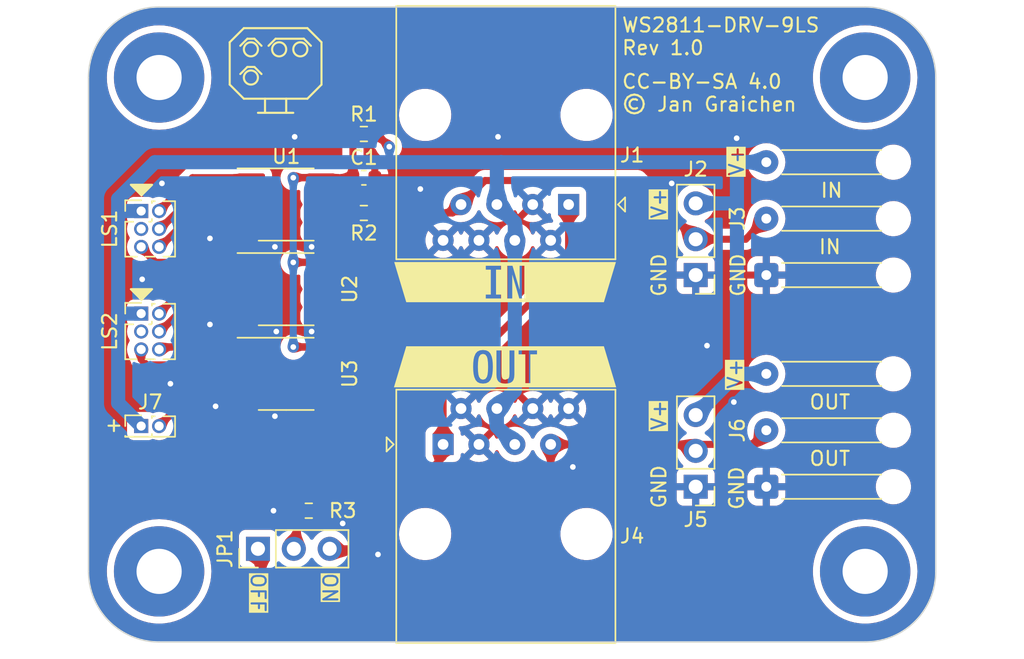
<source format=kicad_pcb>
(kicad_pcb (version 20221018) (generator pcbnew)
  (title_block (title "WS2811 LED Driver 9LS (2 Lichtsperrsignal)") (date "2024-01-22") (rev "1.0") (company "Jan Graichen"))
  (layers (0 "F.Cu" signal) (31 "B.Cu" signal) (34 "B.Paste" user) (35 "F.Paste" user) (36 "B.SilkS" user "B.Silkscreen") (37 "F.SilkS" user "F.Silkscreen") (38 "B.Mask" user) (39 "F.Mask" user) (44 "Edge.Cuts" user))
  (net 0 "")
  (net 1 "Net-(J5-Pin_2)")
  (net 2 "Net-(J2-Pin_2)")
  (net 3 "VCC")
  (net 4 "GND")
  (net 5 "Net-(JP1-B)")
  (net 6 "Net-(U1-VDD)")
  (net 7 "Net-(U1-DIN)")
  (net 8 "Net-(J7-Pin_2)")
  (net 9 "Net-(U1-DO)")
  (net 11 "Net-(LS1-Pin_4)")
  (net 12 "Net-(LS1-Pin_5)")
  (net 13 "Net-(JP1-C)")
  (net 14 "Net-(U2-DO)")
  (net 16 "Net-(LS2-Pin_5)")
  (net 17 "Net-(LS2-Pin_4)")
  (net 18 "Net-(U3-DO)")
  (net 20 "Net-(LS1-Pin_6)")
  (net 21 "Net-(LS2-Pin_6)")
  (net 22 "Net-(LS1-Pin_2)")
  (net 25 "Net-(LS2-Pin_2)")
  (footprint "MountingHole:MountingHole_3.2mm_M3_Pad" (layer "F.Cu") (at 186 105)
    (fp_text reference "REF**" hide)
    (fp_text value "MountingHole_3.2mm_M3_Pad")
    (pad "1" thru_hole circle (at 0 0) (size 6.4 6.4) (drill 3.2) (layers "*.Cu" "*.Mask"))
  )
  (footprint "kibuzzard-65AE6F8F" (layer "F.Cu") (at 160.5 84.5)
    (fp_text reference "kibuzzard-65AE6F8F" hide)
    (fp_text value "G***" hide)
    (fp_poly (pts (xy -6.732819 -1.423458) (xy -6.997402 -1.423458) (xy -7.851477 -1.423458) (xy -6.997402 1.423458) (xy -6.732819 1.423458) (xy -0.28575 1.423458) (xy -0.28575 1.158875) (xy -1.36525 1.158875) (xy -1.36525 0.88265) (xy -1.00965 0.88265) (xy -1.00965 -0.88265) (xy -1.36525 -0.88265) (xy -1.36525 -1.158875) (xy -0.28575 -1.158875) (xy -0.28575 -0.88265) (xy -0.64135 -0.88265) (xy -0.64135 0.88265) (xy -0.28575 0.88265) (xy -0.28575 1.158875) (xy -0.28575 1.423458) (xy 0.15875 1.423458) (xy 0.15875 1.158875) (xy 0.15875 -1.158875) (xy 0.52705 -1.158875) (xy 1.02235 0.523875) (xy 1.031875 0.523875) (xy 1.031875 -1.158875) (xy 1.36525 -1.158875) (xy 1.36525 1.158875) (xy 1.00965 1.158875) (xy 0.51435 -0.523875) (xy 0.508 -0.523875) (xy 0.508 1.158875) (xy 0.15875 1.158875) (xy 0.15875 1.423458) (xy 6.732819 1.423458) (xy 6.997402 1.423458) (xy 7.851477 -1.423458) (xy 6.997402 -1.423458) (xy 6.732819 -1.423458) (xy -6.732819 -1.423458)) (fill solid) (layer "F.SilkS"))
  )
  (footprint "Capacitor_SMD:C_0603_1608Metric" (layer "F.Cu") (at 150.5 77.1)
    (fp_text reference "C1" (at 0 -1.43) (layer "F.SilkS"))
    (fp_text value "104")
    (fp_line (start -0.14058 -0.51) (end 0.14058 -0.51) (stroke (width 0.12)) (layer "F.SilkS"))
    (fp_line (start -0.14058 0.51) (end 0.14058 0.51) (stroke (width 0.12)) (layer "F.SilkS"))
    (pad "1" smd roundrect (at -0.775 0) (size 0.9 0.95) (layers "F.Cu" "F.Paste" "F.Mask") (net 6 "Net-(U1-VDD)"))
    (pad "2" smd roundrect (at 0.775 0) (size 0.9 0.95) (layers "F.Cu" "F.Paste" "F.Mask") (net 4 "GND"))
  )
  (footprint "Connector_RJ:RJ45_Amphenol_54602-x08_Horizontal" (layer "F.Cu") (at 165 79 180)
    (fp_text reference "J1" (at -4.5 3.5) (layer "F.SilkS"))
    (fp_text value "RJ45 IN")
    (fp_line (start -4 -0.5) (end -4 0.5) (stroke (width 0.12)) (layer "F.SilkS"))
    (fp_line (start -4 0.5) (end -3.5 0) (stroke (width 0.12)) (layer "F.SilkS"))
    (fp_line (start -3.5 0) (end -4 -0.5) (stroke (width 0.12)) (layer "F.SilkS"))
    (fp_line (start -3.315 -3.88) (end -3.315 14.08) (stroke (width 0.12)) (layer "F.SilkS"))
    (fp_line (start -3.315 14.08) (end 12.205 14.08) (stroke (width 0.12)) (layer "F.SilkS"))
    (fp_line (start 12.205 -3.88) (end -3.315 -3.88) (stroke (width 0.12)) (layer "F.SilkS"))
    (fp_line (start 12.205 -3.88) (end 12.205 14.08) (stroke (width 0.12)) (layer "F.SilkS"))
    (pad "" np_thru_hole circle (at -1.27 6.35 180) (size 3.2 3.2) (drill 3.2) (layers "*.Cu" "*.Mask"))
    (pad "" np_thru_hole circle (at 10.16 6.35 180) (size 3.2 3.2) (drill 3.2) (layers "*.Cu" "*.Mask"))
    (pad "1" thru_hole rect (at 0 0 180) (size 1.5 1.5) (drill 0.76) (layers "*.Cu" "*.Mask") (net 5 "Net-(JP1-B)"))
    (pad "2" thru_hole circle (at 1.27 -2.54 180) (size 1.5 1.5) (drill 0.76) (layers "*.Cu" "*.Mask") (net 4 "GND"))
    (pad "3" thru_hole circle (at 2.54 0 180) (size 1.5 1.5) (drill 0.76) (layers "*.Cu" "*.Mask") (net 4 "GND"))
    (pad "4" thru_hole circle (at 3.81 -2.54 180) (size 1.5 1.5) (drill 0.76) (layers "*.Cu" "*.Mask") (net 3 "VCC"))
    (pad "5" thru_hole circle (at 5.08 0 180) (size 1.5 1.5) (drill 0.76) (layers "*.Cu" "*.Mask") (net 3 "VCC"))
    (pad "6" thru_hole circle (at 6.35 -2.54 180) (size 1.5 1.5) (drill 0.76) (layers "*.Cu" "*.Mask") (net 4 "GND"))
    (pad "7" thru_hole circle (at 7.62 0 180) (size 1.5 1.5) (drill 0.76) (layers "*.Cu" "*.Mask") (net 2 "Net-(J2-Pin_2)"))
    (pad "8" thru_hole circle (at 8.89 -2.54 180) (size 1.5 1.5) (drill 0.76) (layers "*.Cu" "*.Mask") (net 4 "GND"))
  )
  (footprint "Connector_RJ:RJ45_Amphenol_54602-x08_Horizontal" (layer "F.Cu") (at 156.11 96)
    (fp_text reference "J4" (at 13.39 6.5) (layer "F.SilkS"))
    (fp_text value "RJ45 OUT")
    (fp_line (start -4 -0.5) (end -4 0.5) (stroke (width 0.12)) (layer "F.SilkS"))
    (fp_line (start -4 0.5) (end -3.5 0) (stroke (width 0.12)) (layer "F.SilkS"))
    (fp_line (start -3.5 0) (end -4 -0.5) (stroke (width 0.12)) (layer "F.SilkS"))
    (fp_line (start -3.315 -3.88) (end -3.315 14.08) (stroke (width 0.12)) (layer "F.SilkS"))
    (fp_line (start -3.315 14.08) (end 12.205 14.08) (stroke (width 0.12)) (layer "F.SilkS"))
    (fp_line (start 12.205 -3.88) (end -3.315 -3.88) (stroke (width 0.12)) (layer "F.SilkS"))
    (fp_line (start 12.205 -3.88) (end 12.205 14.08) (stroke (width 0.12)) (layer "F.SilkS"))
    (pad "" np_thru_hole circle (at -1.27 6.35) (size 3.2 3.2) (drill 3.2) (layers "*.Cu" "*.Mask"))
    (pad "" np_thru_hole circle (at 10.16 6.35) (size 3.2 3.2) (drill 3.2) (layers "*.Cu" "*.Mask"))
    (pad "1" thru_hole rect (at 0 0) (size 1.5 1.5) (drill 0.76) (layers "*.Cu" "*.Mask") (net 5 "Net-(JP1-B)"))
    (pad "2" thru_hole circle (at 1.27 -2.54) (size 1.5 1.5) (drill 0.76) (layers "*.Cu" "*.Mask") (net 4 "GND"))
    (pad "3" thru_hole circle (at 2.54 0) (size 1.5 1.5) (drill 0.76) (layers "*.Cu" "*.Mask") (net 4 "GND"))
    (pad "4" thru_hole circle (at 3.81 -2.54) (size 1.5 1.5) (drill 0.76) (layers "*.Cu" "*.Mask") (net 3 "VCC"))
    (pad "5" thru_hole circle (at 5.08 0) (size 1.5 1.5) (drill 0.76) (layers "*.Cu" "*.Mask") (net 3 "VCC"))
    (pad "6" thru_hole circle (at 6.35 -2.54) (size 1.5 1.5) (drill 0.76) (layers "*.Cu" "*.Mask") (net 4 "GND"))
    (pad "7" thru_hole circle (at 7.62 0) (size 1.5 1.5) (drill 0.76) (layers "*.Cu" "*.Mask") (net 1 "Net-(J5-Pin_2)"))
    (pad "8" thru_hole circle (at 8.89 -2.54) (size 1.5 1.5) (drill 0.76) (layers "*.Cu" "*.Mask") (net 4 "GND"))
  )
  (footprint "Connector_Wire:SolderWire-0.15sqmm_1x03_P4mm_D0.5mm_OD1.5mm_Relief" (layer "F.Cu") (at 179 99 90)
    (fp_text reference "J6" (at 4 -2.05 90) (layer "F.SilkS"))
    (fp_text value "Conn_01x03_Pin")
    (fp_line (start -0.86 1.11) (end -0.86 8.14) (stroke (width 0.12)) (layer "F.SilkS"))
    (fp_line (start 0.86 1.11) (end 0.86 8.14) (stroke (width 0.12)) (layer "F.SilkS"))
    (fp_line (start 3.14 1.11) (end 3.14 8.14) (stroke (width 0.12)) (layer "F.SilkS"))
    (fp_line (start 4.86 1.11) (end 4.86 8.14) (stroke (width 0.12)) (layer "F.SilkS"))
    (fp_line (start 7.14 1.11) (end 7.14 8.14) (stroke (width 0.12)) (layer "F.SilkS"))
    (fp_line (start 8.86 1.11) (end 8.86 8.14) (stroke (width 0.12)) (layer "F.SilkS"))
    (pad "" np_thru_hole circle (at 0 9 90) (size 2 2) (drill 2) (layers "*.Cu" "*.Mask"))
    (pad "" np_thru_hole circle (at 4 9 90) (size 2 2) (drill 2) (layers "*.Cu" "*.Mask"))
    (pad "" np_thru_hole circle (at 8 9 90) (size 2 2) (drill 2) (layers "*.Cu" "*.Mask"))
    (pad "1" thru_hole roundrect (at 0 0 90) (size 1.7 1.7) (drill 0.7) (layers "*.Cu" "*.Mask") (roundrect_rratio 0.1470588235) (net 4 "GND"))
    (pad "2" thru_hole circle (at 4 0 90) (size 1.7 1.7) (drill 0.7) (layers "*.Cu" "*.Mask") (net 1 "Net-(J5-Pin_2)"))
    (pad "3" thru_hole circle (at 8 0 90) (size 1.7 1.7) (drill 0.7) (layers "*.Cu" "*.Mask") (net 3 "VCC"))
  )
  (footprint "Package_SO:SOIC-8_3.9x4.9mm_P1.27mm" (layer "F.Cu") (at 145 91)
    (fp_text reference "U3" (at 4.5 0 90) (layer "F.SilkS"))
    (fp_text value "WS2811")
    (fp_line (start 0 -2.56) (end -3.45 -2.56) (stroke (width 0.12)) (layer "F.SilkS"))
    (fp_line (start 0 -2.56) (end 1.95 -2.56) (stroke (width 0.12)) (layer "F.SilkS"))
    (fp_line (start 0 2.56) (end -1.95 2.56) (stroke (width 0.12)) (layer "F.SilkS"))
    (fp_line (start 0 2.56) (end 1.95 2.56) (stroke (width 0.12)) (layer "F.SilkS"))
    (pad "1" smd roundrect (at -2.475 -1.905) (size 1.95 0.6) (layers "F.Cu" "F.Paste" "F.Mask") (net 21 "Net-(LS2-Pin_6)"))
    (pad "2" smd roundrect (at -2.475 -0.635) (size 1.95 0.6) (layers "F.Cu" "F.Paste" "F.Mask") (net 16 "Net-(LS2-Pin_5)"))
    (pad "3" smd roundrect (at -2.475 0.635) (size 1.95 0.6) (layers "F.Cu" "F.Paste" "F.Mask") (net 8 "Net-(J7-Pin_2)"))
    (pad "4" smd roundrect (at -2.475 1.905) (size 1.95 0.6) (layers "F.Cu" "F.Paste" "F.Mask") (net 4 "GND"))
    (pad "5" smd roundrect (at 2.475 1.905) (size 1.95 0.6) (layers "F.Cu" "F.Paste" "F.Mask") (net 18 "Net-(U3-DO)"))
    (pad "6" smd roundrect (at 2.475 0.635) (size 1.95 0.6) (layers "F.Cu" "F.Paste" "F.Mask") (net 14 "Net-(U2-DO)"))
    (pad "7" smd roundrect (at 2.475 -0.635) (size 1.95 0.6) (layers "F.Cu" "F.Paste" "F.Mask"))
    (pad "8" smd roundrect (at 2.475 -1.905) (size 1.95 0.6) (layers "F.Cu" "F.Paste" "F.Mask") (net 6 "Net-(U1-VDD)"))
  )
  (footprint "Connector_PinHeader_1.27mm:PinHeader_2x03_P1.27mm_Vertical" (layer "F.Cu") (at 134.73 79.46)
    (fp_text reference "LS1" (at -2.23 1.27 90) (layer "F.SilkS"))
    (fp_text value "Conn_02x03_Odd_Even")
    (fp_line (start -1.13 -0.76) (end 0 -0.76) (stroke (width 0.12)) (layer "F.SilkS"))
    (fp_line (start -1.13 0) (end -1.13 -0.76) (stroke (width 0.12)) (layer "F.SilkS"))
    (fp_line (start -1.13 0.76) (end -1.13 3.235) (stroke (width 0.12)) (layer "F.SilkS"))
    (fp_line (start -1.13 0.76) (end -0.563471 0.76) (stroke (width 0.12)) (layer "F.SilkS"))
    (fp_line (start -1.13 3.235) (end -0.30753 3.235) (stroke (width 0.12)) (layer "F.SilkS"))
    (fp_line (start 0.30753 3.235) (end 0.96247 3.235) (stroke (width 0.12)) (layer "F.SilkS"))
    (fp_line (start 0.563471 0.76) (end 0.706529 0.76) (stroke (width 0.12)) (layer "F.SilkS"))
    (fp_line (start 0.76 -0.695) (end 0.96247 -0.695) (stroke (width 0.12)) (layer "F.SilkS"))
    (fp_line (start 0.76 -0.563471) (end 0.76 -0.695) (stroke (width 0.12)) (layer "F.SilkS"))
    (fp_line (start 0.76 0.706529) (end 0.76 0.563471) (stroke (width 0.12)) (layer "F.SilkS"))
    (fp_line (start 1.57753 -0.695) (end 2.4 -0.695) (stroke (width 0.12)) (layer "F.SilkS"))
    (fp_line (start 1.57753 3.235) (end 2.4 3.235) (stroke (width 0.12)) (layer "F.SilkS"))
    (fp_line (start 2.4 -0.695) (end 2.4 3.235) (stroke (width 0.12)) (layer "F.SilkS"))
    (pad "1" thru_hole rect (at 0 0) (size 1 1) (drill 0.65) (layers "*.Cu" "*.Mask") (net 3 "VCC"))
    (pad "2" thru_hole oval (at 1.27 0) (size 1 1) (drill 0.65) (layers "*.Cu" "*.Mask") (net 22 "Net-(LS1-Pin_2)"))
    (pad "3" thru_hole oval (at 0 1.27) (size 1 1) (drill 0.65) (layers "*.Cu" "*.Mask"))
    (pad "4" thru_hole oval (at 1.27 1.27) (size 1 1) (drill 0.65) (layers "*.Cu" "*.Mask") (net 11 "Net-(LS1-Pin_4)"))
    (pad "5" thru_hole oval (at 0 2.54) (size 1 1) (drill 0.65) (layers "*.Cu" "*.Mask") (net 12 "Net-(LS1-Pin_5)"))
    (pad "6" thru_hole oval (at 1.27 2.54) (size 1 1) (drill 0.65) (layers "*.Cu" "*.Mask") (net 20 "Net-(LS1-Pin_6)"))
  )
  (footprint "Resistor_SMD:R_0603_1608Metric" (layer "F.Cu") (at 146.6 100.7)
    (fp_text reference "R3" (at 2.4 0) (layer "F.SilkS"))
    (fp_text value "33R")
    (fp_line (start -0.237258 -0.5225) (end 0.237258 -0.5225) (stroke (width 0.12)) (layer "F.SilkS"))
    (fp_line (start -0.237258 0.5225) (end 0.237258 0.5225) (stroke (width 0.12)) (layer "F.SilkS"))
    (pad "1" smd roundrect (at -0.825 0) (size 0.8 0.95) (layers "F.Cu" "F.Paste" "F.Mask") (net 13 "Net-(JP1-C)"))
    (pad "2" smd roundrect (at 0.825 0) (size 0.8 0.95) (layers "F.Cu" "F.Paste" "F.Mask") (net 18 "Net-(U3-DO)"))
  )
  (footprint "Connector_PinHeader_1.27mm:PinHeader_2x01_P1.27mm_Vertical" (layer "F.Cu") (at 134.73 94.7)
    (fp_text reference "J7" (at 0.635 -1.695) (layer "F.SilkS"))
    (fp_text value "Conn_02x01")
    (fp_line (start -1.13 -0.76) (end 0 -0.76) (stroke (width 0.12)) (layer "F.SilkS"))
    (fp_line (start -1.13 0) (end -1.13 -0.76) (stroke (width 0.12)) (layer "F.SilkS"))
    (fp_line (start -1.13 0.76) (end -1.13 0.695) (stroke (width 0.12)) (layer "F.SilkS"))
    (fp_line (start -1.13 0.76) (end -0.563471 0.76) (stroke (width 0.12)) (layer "F.SilkS"))
    (fp_line (start -1.13 0.76) (end 2.4 0.76) (stroke (width 0.12)) (layer "F.SilkS"))
    (fp_line (start 0.563471 0.76) (end 0.706529 0.76) (stroke (width 0.12)) (layer "F.SilkS"))
    (fp_line (start 0.76 -0.695) (end 0.96247 -0.695) (stroke (width 0.12)) (layer "F.SilkS"))
    (fp_line (start 0.76 -0.563471) (end 0.76 -0.695) (stroke (width 0.12)) (layer "F.SilkS"))
    (fp_line (start 0.76 0.706529) (end 0.76 0.563471) (stroke (width 0.12)) (layer "F.SilkS"))
    (fp_line (start 1.57753 -0.695) (end 2.4 -0.695) (stroke (width 0.12)) (layer "F.SilkS"))
    (fp_line (start 2.4 -0.695) (end 2.4 0.695) (stroke (width 0.12)) (layer "F.SilkS"))
    (pad "1" thru_hole rect (at 0 0) (size 1 1) (drill 0.65) (layers "*.Cu" "*.Mask") (net 3 "VCC"))
    (pad "2" thru_hole oval (at 1.27 0) (size 1 1) (drill 0.65) (layers "*.Cu" "*.Mask") (net 8 "Net-(J7-Pin_2)"))
  )
  (footprint "MountingHole:MountingHole_3.2mm_M3_Pad" (layer "F.Cu") (at 186 70)
    (fp_text reference "REF**" hide)
    (fp_text value "MountingHole_3.2mm_M3_Pad")
    (pad "1" thru_hole circle (at 0 0) (size 6.4 6.4) (drill 3.2) (layers "*.Cu" "*.Mask"))
  )
  (footprint "Resistor_SMD:R_0603_1608Metric" (layer "F.Cu") (at 150.5 74 180)
    (fp_text reference "R1" (at 0 1.4) (layer "F.SilkS"))
    (fp_text value "33R")
    (fp_line (start -0.237258 -0.5225) (end 0.237258 -0.5225) (stroke (width 0.12)) (layer "F.SilkS"))
    (fp_line (start -0.237258 0.5225) (end 0.237258 0.5225) (stroke (width 0.12)) (layer "F.SilkS"))
    (pad "1" smd roundrect (at -0.825 0 180) (size 0.8 0.95) (layers "F.Cu" "F.Paste" "F.Mask") (net 3 "VCC"))
    (pad "2" smd roundrect (at 0.825 0 180) (size 0.8 0.95) (layers "F.Cu" "F.Paste" "F.Mask") (net 6 "Net-(U1-VDD)"))
  )
  (footprint "Resistor_SMD:R_0603_1608Metric" (layer "F.Cu") (at 150.5 79.6 180)
    (fp_text reference "R2" (at 0 -1.43) (layer "F.SilkS"))
    (fp_text value "33R")
    (fp_line (start -0.237258 -0.5225) (end 0.237258 -0.5225) (stroke (width 0.12)) (layer "F.SilkS"))
    (fp_line (start -0.237258 0.5225) (end 0.237258 0.5225) (stroke (width 0.12)) (layer "F.SilkS"))
    (pad "1" smd roundrect (at -0.825 0 180) (size 0.8 0.95) (layers "F.Cu" "F.Paste" "F.Mask") (net 2 "Net-(J2-Pin_2)"))
    (pad "2" smd roundrect (at 0.825 0 180) (size 0.8 0.95) (layers "F.Cu" "F.Paste" "F.Mask") (net 7 "Net-(U1-DIN)"))
  )
  (footprint "Connector_PinHeader_2.54mm:PinHeader_1x03_P2.54mm_Vertical" (layer "F.Cu") (at 174 84 180)
    (fp_text reference "J2" (at 0 7.5) (layer "F.SilkS"))
    (fp_text value "Conn_01x03_Pin")
    (fp_line (start -1.33 -1.33) (end 0 -1.33) (stroke (width 0.12)) (layer "F.SilkS"))
    (fp_line (start -1.33 0) (end -1.33 -1.33) (stroke (width 0.12)) (layer "F.SilkS"))
    (fp_line (start -1.33 1.27) (end -1.33 6.41) (stroke (width 0.12)) (layer "F.SilkS"))
    (fp_line (start -1.33 1.27) (end 1.33 1.27) (stroke (width 0.12)) (layer "F.SilkS"))
    (fp_line (start -1.33 6.41) (end 1.33 6.41) (stroke (width 0.12)) (layer "F.SilkS"))
    (fp_line (start 1.33 1.27) (end 1.33 6.41) (stroke (width 0.12)) (layer "F.SilkS"))
    (pad "1" thru_hole rect (at 0 0 180) (size 1.7 1.7) (drill 1) (layers "*.Cu" "*.Mask") (net 4 "GND"))
    (pad "2" thru_hole oval (at 0 2.54 180) (size 1.7 1.7) (drill 1) (layers "*.Cu" "*.Mask") (net 2 "Net-(J2-Pin_2)"))
    (pad "3" thru_hole oval (at 0 5.08 180) (size 1.7 1.7) (drill 1) (layers "*.Cu" "*.Mask") (net 3 "VCC"))
  )
  (footprint "kibuzzard-65AE6F95" (layer "F.Cu") (at 160.5 90.5)
    (fp_text reference "kibuzzard-65AE6F95" hide)
    (fp_text value "G***" hide)
    (fp_poly (pts (xy -1.287463 -0.719137) (xy -1.399381 -0.865584) (xy -1.563688 -0.9144) (xy -1.727994 -0.865584) (xy -1.839913 -0.719137) (xy -1.887538 -0.55245) (xy -1.916113 -0.312737) (xy -1.925638 0) (xy -1.916113 0.312738) (xy -1.887538 0.55245) (xy -1.839913 0.719138) (xy -1.727994 0.865584) (xy -1.563688 0.9144) (xy -1.399381 0.865584) (xy -1.287463 0.719138) (xy -1.239838 0.55245) (xy -1.211263 0.312738) (xy -1.201738 0) (xy -1.211263 -0.312737) (xy -1.239838 -0.55245) (xy -1.287463 -0.719137)) (fill solid) (layer "F.SilkS"))
    (fp_poly (pts (xy -6.732819 -1.455208) (xy -6.997402 -1.455208) (xy -7.870527 1.455208) (xy -6.997402 1.455208) (xy -6.732819 1.455208) (xy -1.563688 1.455208) (xy -1.563688 1.190625) (xy -1.78435 1.163638) (xy -1.957387 1.082675) (xy -2.088753 0.935831) (xy -2.1844 0.7112) (xy -2.227615 0.515056) (xy -2.253544 0.277989) (xy -2.262188 0) (xy -2.253544 -0.277989) (xy -2.227615 -0.515056) (xy -2.1844 -0.7112) (xy -2.088753 -0.935831) (xy -1.957387 -1.082675) (xy -1.78435 -1.163637) (xy -1.563688 -1.190625) (xy -1.343025 -1.163637) (xy -1.169988 -1.082675) (xy -1.038622 -0.935831) (xy -0.942975 -0.7112) (xy -0.89976 -0.515056) (xy -0.873831 -0.277989) (xy -0.865188 0) (xy -0.873831 0.277989) (xy -0.89976 0.515056) (xy -0.942975 0.7112) (xy -1.038622 0.935831) (xy -1.169988 1.082675) (xy -1.343025 1.163638) (xy -1.563688 1.190625) (xy -1.563688 1.455208) (xy 0.023812 1.455208) (xy 0.023812 1.190625) (xy -0.181328 1.174397) (xy -0.343782 1.125714) (xy -0.46355 1.044575) (xy -0.545571 0.925336) (xy -0.594783 0.762353) (xy -0.611188 0.555625) (xy -0.611188 -1.158875) (xy -0.252413 -1.158875) (xy -0.252413 0.492125) (xy -0.236538 0.697706) (xy -0.188913 0.8255) (xy -0.102394 0.892175) (xy 0.030163 0.9144) (xy 0.249238 0.827088) (xy 0.296863 0.699691) (xy 0.312738 0.492125) (xy 0.312738 -1.158875) (xy 0.658813 -1.158875) (xy 0.658813 0.555625) (xy 0.642408 0.762353) (xy 0.593196 0.925336) (xy 0.511175 1.044575) (xy 0.391407 1.125714) (xy 0.228953 1.174397) (xy 0.023812 1.190625) (xy 0.023812 1.455208) (xy 1.789113 1.455208) (xy 1.789113 1.158875) (xy 1.433512 1.158875) (xy 1.433512 -0.88265) (xy 0.960437 -0.88265) (xy 0.960437 -1.158875) (xy 2.262188 -1.158875) (xy 2.262188 -0.88265) (xy 1.789113 -0.88265) (xy 1.789113 1.158875) (xy 1.789113 1.455208) (xy 6.732819 1.455208) (xy 6.997402 1.455208) (xy 7.870527 1.455208) (xy 6.997402 -1.455208) (xy 6.732819 -1.455208) (xy -6.732819 -1.455208)) (fill solid) (layer "F.SilkS"))
  )
  (footprint "Connector_PinHeader_2.54mm:PinHeader_1x03_P2.54mm_Vertical" (layer "F.Cu") (at 143 103.4 90)
    (fp_text reference "JP1" (at 0 -2.33 90) (layer "F.SilkS"))
    (fp_text value "Jumper_3_Bridged12")
    (fp_line (start -1.33 -1.33) (end 0 -1.33) (stroke (width 0.12)) (layer "F.SilkS"))
    (fp_line (start -1.33 0) (end -1.33 -1.33) (stroke (width 0.12)) (layer "F.SilkS"))
    (fp_line (start -1.33 1.27) (end -1.33 6.41) (stroke (width 0.12)) (layer "F.SilkS"))
    (fp_line (start -1.33 1.27) (end 1.33 1.27) (stroke (width 0.12)) (layer "F.SilkS"))
    (fp_line (start -1.33 6.41) (end 1.33 6.41) (stroke (width 0.12)) (layer "F.SilkS"))
    (fp_line (start 1.33 1.27) (end 1.33 6.41) (stroke (width 0.12)) (layer "F.SilkS"))
    (pad "1" thru_hole rect (at 0 0 90) (size 1.7 1.7) (drill 1) (layers "*.Cu" "*.Mask") (net 1 "Net-(J5-Pin_2)"))
    (pad "2" thru_hole oval (at 0 2.54 90) (size 1.7 1.7) (drill 1) (layers "*.Cu" "*.Mask") (net 13 "Net-(JP1-C)"))
    (pad "3" thru_hole oval (at 0 5.08 90) (size 1.7 1.7) (drill 1) (layers "*.Cu" "*.Mask") (net 5 "Net-(JP1-B)"))
  )
  (footprint "Connector_Wire:SolderWire-0.15sqmm_1x03_P4mm_D0.5mm_OD1.5mm_Relief" (layer "F.Cu") (at 179 84 90)
    (fp_text reference "J3" (at 4 -2.05 90) (layer "F.SilkS"))
    (fp_text value "Conn_01x03_Pin")
    (fp_line (start -0.86 1.11) (end -0.86 8.14) (stroke (width 0.12)) (layer "F.SilkS"))
    (fp_line (start 0.86 1.11) (end 0.86 8.14) (stroke (width 0.12)) (layer "F.SilkS"))
    (fp_line (start 3.14 1.11) (end 3.14 8.14) (stroke (width 0.12)) (layer "F.SilkS"))
    (fp_line (start 4.86 1.11) (end 4.86 8.14) (stroke (width 0.12)) (layer "F.SilkS"))
    (fp_line (start 7.14 1.11) (end 7.14 8.14) (stroke (width 0.12)) (layer "F.SilkS"))
    (fp_line (start 8.86 1.11) (end 8.86 8.14) (stroke (width 0.12)) (layer "F.SilkS"))
    (pad "" np_thru_hole circle (at 0 9 90) (size 2 2) (drill 2) (layers "*.Cu" "*.Mask"))
    (pad "" np_thru_hole circle (at 4 9 90) (size 2 2) (drill 2) (layers "*.Cu" "*.Mask"))
    (pad "" np_thru_hole circle (at 8 9 90) (size 2 2) (drill 2) (layers "*.Cu" "*.Mask"))
    (pad "1" thru_hole roundrect (at 0 0 90) (size 1.7 1.7) (drill 0.7) (layers "*.Cu" "*.Mask") (roundrect_rratio 0.1470588235) (net 4 "GND"))
    (pad "2" thru_hole circle (at 4 0 90) (size 1.7 1.7) (drill 0.7) (layers "*.Cu" "*.Mask") (net 2 "Net-(J2-Pin_2)"))
    (pad "3" thru_hole circle (at 8 0 90) (size 1.7 1.7) (drill 0.7) (layers "*.Cu" "*.Mask") (net 3 "VCC"))
  )
  (footprint "MountingHole:MountingHole_3.2mm_M3_Pad" (layer "F.Cu") (at 136 70)
    (fp_text reference "REF**" hide)
    (fp_text value "MountingHole_3.2mm_M3_Pad")
    (pad "1" thru_hole circle (at 0 0) (size 6.4 6.4) (drill 3.2) (layers "*.Cu" "*.Mask"))
  )
  (footprint "Package_SO:SOIC-8_3.9x4.9mm_P1.27mm" (layer "F.Cu") (at 145 85)
    (fp_text reference "U2" (at 4.5 0 90) (layer "F.SilkS"))
    (fp_text value "WS2811")
    (fp_line (start 0 -2.56) (end -3.45 -2.56) (stroke (width 0.12)) (layer "F.SilkS"))
    (fp_line (start 0 -2.56) (end 1.95 -2.56) (stroke (width 0.12)) (layer "F.SilkS"))
    (fp_line (start 0 2.56) (end -1.95 2.56) (stroke (width 0.12)) (layer "F.SilkS"))
    (fp_line (start 0 2.56) (end 1.95 2.56) (stroke (width 0.12)) (layer "F.SilkS"))
    (pad "1" smd roundrect (at -2.475 -1.905) (size 1.95 0.6) (layers "F.Cu" "F.Paste" "F.Mask") (net 12 "Net-(LS1-Pin_5)"))
    (pad "2" smd roundrect (at -2.475 -0.635) (size 1.95 0.6) (layers "F.Cu" "F.Paste" "F.Mask") (net 25 "Net-(LS2-Pin_2)"))
    (pad "3" smd roundrect (at -2.475 0.635) (size 1.95 0.6) (layers "F.Cu" "F.Paste" "F.Mask") (net 17 "Net-(LS2-Pin_4)"))
    (pad "4" smd roundrect (at -2.475 1.905) (size 1.95 0.6) (layers "F.Cu" "F.Paste" "F.Mask") (net 4 "GND"))
    (pad "5" smd roundrect (at 2.475 1.905) (size 1.95 0.6) (layers "F.Cu" "F.Paste" "F.Mask") (net 14 "Net-(U2-DO)"))
    (pad "6" smd roundrect (at 2.475 0.635) (size 1.95 0.6) (layers "F.Cu" "F.Paste" "F.Mask") (net 9 "Net-(U1-DO)"))
    (pad "7" smd roundrect (at 2.475 -0.635) (size 1.95 0.6) (layers "F.Cu" "F.Paste" "F.Mask"))
    (pad "8" smd roundrect (at 2.475 -1.905) (size 1.95 0.6) (layers "F.Cu" "F.Paste" "F.Mask") (net 6 "Net-(U1-VDD)"))
  )
  (footprint "MountingHole:MountingHole_3.2mm_M3_Pad" (layer "F.Cu") (at 136 105)
    (fp_text reference "REF**" hide)
    (fp_text value "MountingHole_3.2mm_M3_Pad")
    (pad "1" thru_hole circle (at 0 0) (size 6.4 6.4) (drill 3.2) (layers "*.Cu" "*.Mask"))
  )
  (footprint "Connector_PinHeader_1.27mm:PinHeader_2x03_P1.27mm_Vertical" (layer "F.Cu") (at 134.73 86.73)
    (fp_text reference "LS2" (at -2.23 1.27 90) (layer "F.SilkS"))
    (fp_text value "Conn_02x03_Odd_Even")
    (fp_line (start -1.13 -0.76) (end 0 -0.76) (stroke (width 0.12)) (layer "F.SilkS"))
    (fp_line (start -1.13 0) (end -1.13 -0.76) (stroke (width 0.12)) (layer "F.SilkS"))
    (fp_line (start -1.13 0.76) (end -1.13 3.235) (stroke (width 0.12)) (layer "F.SilkS"))
    (fp_line (start -1.13 0.76) (end -0.563471 0.76) (stroke (width 0.12)) (layer "F.SilkS"))
    (fp_line (start -1.13 3.235) (end -0.30753 3.235) (stroke (width 0.12)) (layer "F.SilkS"))
    (fp_line (start 0.30753 3.235) (end 0.96247 3.235) (stroke (width 0.12)) (layer "F.SilkS"))
    (fp_line (start 0.563471 0.76) (end 0.706529 0.76) (stroke (width 0.12)) (layer "F.SilkS"))
    (fp_line (start 0.76 -0.695) (end 0.96247 -0.695) (stroke (width 0.12)) (layer "F.SilkS"))
    (fp_line (start 0.76 -0.563471) (end 0.76 -0.695) (stroke (width 0.12)) (layer "F.SilkS"))
    (fp_line (start 0.76 0.706529) (end 0.76 0.563471) (stroke (width 0.12)) (layer "F.SilkS"))
    (fp_line (start 1.57753 -0.695) (end 2.4 -0.695) (stroke (width 0.12)) (layer "F.SilkS"))
    (fp_line (start 1.57753 3.235) (end 2.4 3.235) (stroke (width 0.12)) (layer "F.SilkS"))
    (fp_line (start 2.4 -0.695) (end 2.4 3.235) (stroke (width 0.12)) (layer "F.SilkS"))
    (pad "1" thru_hole rect (at 0 0) (size 1 1) (drill 0.65) (layers "*.Cu" "*.Mask") (net 3 "VCC"))
    (pad "2" thru_hole oval (at 1.27 0) (size 1 1) (drill 0.65) (layers "*.Cu" "*.Mask") (net 25 "Net-(LS2-Pin_2)"))
    (pad "3" thru_hole oval (at 0 1.27) (size 1 1) (drill 0.65) (layers "*.Cu" "*.Mask"))
    (pad "4" thru_hole oval (at 1.27 1.27) (size 1 1) (drill 0.65) (layers "*.Cu" "*.Mask") (net 17 "Net-(LS2-Pin_4)"))
    (pad "5" thru_hole oval (at 0 2.54) (size 1 1) (drill 0.65) (layers "*.Cu" "*.Mask") (net 16 "Net-(LS2-Pin_5)"))
    (pad "6" thru_hole oval (at 1.27 2.54) (size 1 1) (drill 0.65) (layers "*.Cu" "*.Mask") (net 21 "Net-(LS2-Pin_6)"))
  )
  (footprint "Connector_PinHeader_2.54mm:PinHeader_1x03_P2.54mm_Vertical" (layer "F.Cu") (at 174 99 180)
    (fp_text reference "J5" (at 0 -2.33) (layer "F.SilkS"))
    (fp_text value "Conn_01x03_Pin")
    (fp_line (start -1.33 -1.33) (end 0 -1.33) (stroke (width 0.12)) (layer "F.SilkS"))
    (fp_line (start -1.33 0) (end -1.33 -1.33) (stroke (width 0.12)) (layer "F.SilkS"))
    (fp_line (start -1.33 1.27) (end -1.33 6.41) (stroke (width 0.12)) (layer "F.SilkS"))
    (fp_line (start -1.33 1.27) (end 1.33 1.27) (stroke (width 0.12)) (layer "F.SilkS"))
    (fp_line (start -1.33 6.41) (end 1.33 6.41) (stroke (width 0.12)) (layer "F.SilkS"))
    (fp_line (start 1.33 1.27) (end 1.33 6.41) (stroke (width 0.12)) (layer "F.SilkS"))
    (pad "1" thru_hole rect (at 0 0 180) (size 1.7 1.7) (drill 1) (layers "*.Cu" "*.Mask") (net 4 "GND"))
    (pad "2" thru_hole oval (at 0 2.54 180) (size 1.7 1.7) (drill 1) (layers "*.Cu" "*.Mask") (net 1 "Net-(J5-Pin_2)"))
    (pad "3" thru_hole oval (at 0 5.08 180) (size 1.7 1.7) (drill 1) (layers "*.Cu" "*.Mask") (net 3 "VCC"))
  )
  (footprint "Package_SO:SOIC-8_3.9x4.9mm_P1.27mm" (layer "F.Cu") (at 145 79)
    (fp_text reference "U1" (at 0 -3.4) (layer "F.SilkS"))
    (fp_text value "WS2811")
    (fp_line (start 0 -2.56) (end -3.45 -2.56) (stroke (width 0.12)) (layer "F.SilkS"))
    (fp_line (start 0 -2.56) (end 1.95 -2.56) (stroke (width 0.12)) (layer "F.SilkS"))
    (fp_line (start 0 2.56) (end -1.95 2.56) (stroke (width 0.12)) (layer "F.SilkS"))
    (fp_line (start 0 2.56) (end 1.95 2.56) (stroke (width 0.12)) (layer "F.SilkS"))
    (pad "1" smd roundrect (at -2.475 -1.905) (size 1.95 0.6) (layers "F.Cu" "F.Paste" "F.Mask") (net 22 "Net-(LS1-Pin_2)"))
    (pad "2" smd roundrect (at -2.475 -0.635) (size 1.95 0.6) (layers "F.Cu" "F.Paste" "F.Mask") (net 11 "Net-(LS1-Pin_4)"))
    (pad "3" smd roundrect (at -2.475 0.635) (size 1.95 0.6) (layers "F.Cu" "F.Paste" "F.Mask") (net 20 "Net-(LS1-Pin_6)"))
    (pad "4" smd roundrect (at -2.475 1.905) (size 1.95 0.6) (layers "F.Cu" "F.Paste" "F.Mask") (net 4 "GND"))
    (pad "5" smd roundrect (at 2.475 1.905) (size 1.95 0.6) (layers "F.Cu" "F.Paste" "F.Mask") (net 9 "Net-(U1-DO)"))
    (pad "6" smd roundrect (at 2.475 0.635) (size 1.95 0.6) (layers "F.Cu" "F.Paste" "F.Mask") (net 7 "Net-(U1-DIN)"))
    (pad "7" smd roundrect (at 2.475 -0.635) (size 1.95 0.6) (layers "F.Cu" "F.Paste" "F.Mask"))
    (pad "8" smd roundrect (at 2.475 -1.905) (size 1.95 0.6) (layers "F.Cu" "F.Paste" "F.Mask") (net 6 "Net-(U1-VDD)"))
  )
  (gr_line (start 142.25 67.25) (end 141.75 67.75) (stroke (width 0.15)) (layer "F.SilkS"))
  (gr_line (start 143 72.5) (end 145.5 72.5) (stroke (width 0.15)) (layer "F.SilkS"))
  (gr_poly (pts (xy 134.75 78.35) (xy 134 77.6) (xy 135.5 77.6)) (stroke (width 0.15)) (fill solid) (layer "F.SilkS"))
  (gr_line (start 142 66.5) (end 141 67.5) (stroke (width 0.15)) (layer "F.SilkS"))
  (gr_line (start 142.75 69.25) (end 143.25 69.75) (stroke (width 0.15)) (layer "F.SilkS"))
  (gr_line (start 143.25 67.75) (end 142.75 67.25) (stroke (width 0.15)) (layer "F.SilkS"))
  (gr_line (start 146.5 71.5) (end 147.5 70.5) (stroke (width 0.15)) (layer "F.SilkS"))
  (gr_poly (pts (xy 134.75 85.75) (xy 134 85) (xy 135.5 85)) (stroke (width 0.15)) (fill solid) (layer "F.SilkS"))
  (gr_circle (center 142.5 70) (end 143 70) (stroke (width 0.15)) (fill none) (layer "F.SilkS"))
  (gr_line (start 145 71.5) (end 145 72.5) (stroke (width 0.15)) (layer "F.SilkS"))
  (gr_line (start 147.5 67.5) (end 146.5 66.5) (stroke (width 0.15)) (layer "F.SilkS"))
  (gr_line (start 146.25 67.25) (end 146.75 67.75) (stroke (width 0.15)) (layer "F.SilkS"))
  (gr_circle (center 144.5 68) (end 145 68) (stroke (width 0.15)) (fill none) (layer "F.SilkS"))
  (gr_line (start 144.25 67.25) (end 143.75 67.75) (stroke (width 0.15)) (layer "F.SilkS"))
  (gr_circle (center 142.5 68) (end 143 68) (stroke (width 0.15)) (fill none) (layer "F.SilkS"))
  (gr_line (start 141 70.5) (end 142 71.5) (stroke (width 0.15)) (layer "F.SilkS"))
  (gr_line (start 142.25 69.25) (end 142.75 69.25) (stroke (width 0.15)) (layer "F.SilkS"))
  (gr_line (start 142.75 67.25) (end 142.25 67.25) (stroke (width 0.15)) (layer "F.SilkS"))
  (gr_line (start 141 67.5) (end 141 70.5) (stroke (width 0.15)) (layer "F.SilkS"))
  (gr_line (start 146.5 66.5) (end 142 66.5) (stroke (width 0.15)) (layer "F.SilkS"))
  (gr_line (start 147.5 70.5) (end 147.5 67.5) (stroke (width 0.15)) (layer "F.SilkS"))
  (gr_line (start 143.5 71.5) (end 143.5 72.5) (stroke (width 0.15)) (layer "F.SilkS"))
  (gr_line (start 144.25 67.25) (end 146.25 67.25) (stroke (width 0.15)) (layer "F.SilkS"))
  (gr_line (start 142 71.5) (end 146.5 71.5) (stroke (width 0.15)) (layer "F.SilkS"))
  (gr_circle (center 146 68) (end 146.5 68) (stroke (width 0.15)) (fill none) (layer "F.SilkS"))
  (gr_line (start 141.75 69.75) (end 142.25 69.25) (stroke (width 0.15)) (layer "F.SilkS"))
  (gr_line (start 191 105) (end 191 70) (stroke (width 0.1)) (layer "Edge.Cuts"))
  (gr_arc (start 131 70) (mid 132.464466 66.464466) (end 136 65) (stroke (width 0.1)) (layer "Edge.Cuts"))
  (gr_arc (start 186 65) (mid 189.535534 66.464466) (end 191 70) (stroke (width 0.1)) (layer "Edge.Cuts"))
  (gr_line (start 186 65) (end 136 65) (stroke (width 0.1)) (layer "Edge.Cuts"))
  (gr_line (start 131 70) (end 131 105) (stroke (width 0.1)) (layer "Edge.Cuts"))
  (gr_line (start 136 110) (end 186 110) (stroke (width 0.1)) (layer "Edge.Cuts"))
  (gr_arc (start 136 110) (mid 132.464466 108.535534) (end 131 105) (stroke (width 0.1)) (layer "Edge.Cuts"))
  (gr_arc (start 191 105) (mid 189.535534 108.535534) (end 186 110) (stroke (width 0.1)) (layer "Edge.Cuts"))
  (gr_text "V+" (at 171.4 78.92 90) (layer "F.SilkS" knockout) (effects (font (size 1 1))))
  (gr_text "+" (at 132.8 94.6) (layer "F.SilkS") (effects (font (size 1 1))))
  (gr_text "CC-BY-SA 4.0\n© Jan Graichen" (at 168.7 69.7) (layer "F.SilkS") (effects (font (size 1 1)) (justify left top)))
  (gr_text "GND" (at 171.4 84 90) (layer "F.SilkS") (effects (font (size 1 1))))
  (gr_text "GND" (at 177 84 90) (layer "F.SilkS") (effects (font (size 1 1))))
  (gr_text "V+" (at 176.8 91 90) (layer "F.SilkS" knockout) (effects (font (size 1 1))))
  (gr_text "OUT" (at 183.5 97) (layer "F.SilkS") (effects (font (size 1 1))))
  (gr_text "OFF" (at 143.002 105.029 -90) (layer "F.SilkS" knockout) (effects (font (size 1 1)) (justify left)))
  (gr_text "V+" (at 171.4 93.92 90) (layer "F.SilkS" knockout) (effects (font (size 1 1))))
  (gr_text "GND" (at 171.4 99 90) (layer "F.SilkS") (effects (font (size 1 1))))
  (gr_text "WS2811-DRV-9LS\nRev ${REVISION}" (at 168.7 65.7) (layer "F.SilkS") (effects (font (size 1 1)) (justify left top)))
  (gr_text "IN" (at 183.625 78) (layer "F.SilkS") (effects (font (size 1 1))))
  (gr_text "GND" (at 176.9 99.1 90) (layer "F.SilkS") (effects (font (size 1 1))))
  (gr_text "ON" (at 148.082 105.029 -90) (layer "F.SilkS" knockout) (effects (font (size 1 1)) (justify left)))
  (gr_text "OUT" (at 183.5 93) (layer "F.SilkS") (effects (font (size 1 1))))
  (gr_text "IN" (at 183.5 82) (layer "F.SilkS") (effects (font (size 1 1))))
  (gr_text "V+" (at 176.9 75.9 90) (layer "F.SilkS" knockout) (effects (font (size 1 1))))
  (segment (start 172.5 96) (end 173.54 96) (width 0.5) (layer "F.Cu") (net 1))
  (segment (start 172.5 96) (end 178 96) (width 0.5) (layer "F.Cu") (net 1))
  (segment (start 143 103.4) (end 143 104.5) (width 0.5) (layer "F.Cu") (net 1))
  (segment (start 163.73 96) (end 172.5 96) (width 0.5) (layer "F.Cu") (net 1))
  (segment (start 178 96) (end 179 95) (width 0.5) (layer "F.Cu") (net 1))
  (segment (start 143.75 105.25) (end 157.5 105.25) (width 0.5) (layer "F.Cu") (net 1))
  (segment (start 157.5 105.25) (end 163.73 99.02) (width 0.5) (layer "F.Cu") (net 1))
  (segment (start 173.54 96) (end 174 96.46) (width 0.5) (layer "F.Cu") (net 1))
  (segment (start 143 104.5) (end 143.75 105.25) (width 0.5) (layer "F.Cu") (net 1))
  (segment (start 163.73 99.02) (end 163.73 96) (width 0.5) (layer "F.Cu") (net 1))
  (segment (start 156.78 79.6) (end 157.38 79) (width 0.5) (layer "F.Cu") (net 2))
  (segment (start 151.325 79.6) (end 156.78 79.6) (width 0.5) (layer "F.Cu") (net 2))
  (segment (start 159.08 77.3) (end 169.84 77.3) (width 0.5) (layer "F.Cu") (net 2))
  (segment (start 177.54 81.46) (end 179 80) (width 0.5) (layer "F.Cu") (net 2))
  (segment (start 174 81.46) (end 177.54 81.46) (width 0.5) (layer "F.Cu") (net 2))
  (segment (start 169.84 77.3) (end 174 81.46) (width 0.5) (layer "F.Cu") (net 2))
  (segment (start 157.38 79) (end 159.08 77.3) (width 0.5) (layer "F.Cu") (net 2))
  (segment (start 151.4 74) (end 152.3 74.9) (width 0.5) (layer "F.Cu") (net 3))
  (via (at 152.3 74.9) (size 0.8) (drill 0.4) (layers "F.Cu" "B.Cu") (net 3))
  (segment (start 133.1 93.07) (end 134.73 94.7) (width 1) (layer "B.Cu") (net 3))
  (segment (start 160.22 76) (end 153 76) (width 1) (layer "B.Cu") (net 3))
  (segment (start 161.19 81.54) (end 161.19 92.19) (width 1) (layer "B.Cu") (net 3))
  (segment (start 133.1 79.5) (end 133.1 86.7) (width 1) (layer "B.Cu") (net 3))
  (segment (start 133.1 78.6) (end 133.1 79.5) (width 1) (layer "B.Cu") (net 3))
  (segment (start 176.92 76.08) (end 177 76) (width 1) (layer "B.Cu") (net 3))
  (segment (start 177 76) (end 160.22 76) (width 1) (layer "B.Cu") (net 3))
  (segment (start 135.7 76) (end 133.1 78.6) (width 1) (layer "B.Cu") (net 3))
  (segment (start 179 76) (end 177 76) (width 1) (layer "B.Cu") (net 3))
  (segment (start 176.92 91) (end 176.92 78.9) (width 1) (layer "B.Cu") (net 3))
  (segment (start 176.9 78.92) (end 176.92 78.9) (width 1) (layer "B.Cu") (net 3))
  (segment (start 179 91) (end 176.92 91) (width 1) (layer "B.Cu") (net 3))
  (segment (start 159.92 79) (end 159.92 76.3) (width 1) (layer "B.Cu") (net 3))
  (segment (start 159.92 76.3) (end 160.22 76) (width 1) (layer "B.Cu") (net 3))
  (segment (start 152.3 74.9) (end 152.3 76) (width 0.5) (layer "B.Cu") (net 3))
  (segment (start 133.14 79.46) (end 133.1 79.5) (width 1) (layer "B.Cu") (net 3))
  (segment (start 176.92 78.9) (end 176.92 76.08) (width 1) (layer "B.Cu") (net 3))
  (segment (start 159.92 94.73) (end 161.19 96) (width 1) (layer "B.Cu") (net 3))
  (segment (start 176.92 91) (end 174 93.92) (width 1) (layer "B.Cu") (net 3))
  (segment (start 134.73 79.46) (end 133.14 79.46) (width 1) (layer "B.Cu") (net 3))
  (segment (start 161.19 80.27) (end 159.92 79) (width 1) (layer "B.Cu") (net 3))
  (segment (start 174 78.92) (end 176.9 78.92) (width 1) (layer "B.Cu") (net 3))
  (segment (start 161.19 92.19) (end 159.92 93.46) (width 1) (layer "B.Cu") (net 3))
  (segment (start 133.1 86.7) (end 133.1 93.07) (width 1) (layer "B.Cu") (net 3))
  (segment (start 153 76) (end 152.3 76) (width 1) (layer "B.Cu") (net 3))
  (segment (start 161.19 81.54) (end 161.19 80.27) (width 1) (layer "B.Cu") (net 3))
  (segment (start 159.92 93.46) (end 159.92 94.73) (width 1) (layer "B.Cu") (net 3))
  (segment (start 133.1 86.7) (end 133.13 86.73) (width 1) (layer "B.Cu") (net 3))
  (segment (start 133.13 86.73) (end 134.73 86.73) (width 1) (layer "B.Cu") (net 3))
  (segment (start 135.7 76) (end 152.3 76) (width 1) (layer "B.Cu") (net 3))
  (via (at 151.5 103.8) (size 0.8) (drill 0.4) (layers "F.Cu" "B.Cu") (net 4))
  (via (at 144.2 94) (size 0.8) (drill 0.4) (layers "F.Cu" "B.Cu") (net 4))
  (via (at 140 93.3) (size 0.8) (drill 0.4) (layers "F.Cu" "B.Cu") (net 4))
  (via (at 139.6 87.5) (size 0.8) (drill 0.4) (layers "F.Cu" "B.Cu") (net 4))
  (via (at 165.3 97.6) (size 0.8) (drill 0.4) (layers "F.Cu" "B.Cu") (net 4))
  (via (at 139.6 81.4) (size 0.8) (drill 0.4) (layers "F.Cu" "B.Cu") (net 4))
  (via (at 144.1 100.7) (size 0.8) (drill 0.4) (layers "F.Cu" "B.Cu") (net 4))
  (via (at 160 74.2) (size 0.8) (drill 0.4) (layers "F.Cu" "B.Cu") (net 4))
  (via (at 176.7 93) (size 0.8) (drill 0.4) (layers "F.Cu" "B.Cu") (net 4))
  (via (at 134.8 84.3) (size 0.8) (drill 0.4) (layers "F.Cu" "B.Cu") (net 4))
  (via (at 172.3 77.5) (size 0.8) (drill 0.4) (layers "F.Cu" "B.Cu") (net 4))
  (via (at 144.3 88) (size 0.8) (drill 0.4) (layers "F.Cu" "B.Cu") (net 4))
  (via (at 174.8 89) (size 0.8) (drill 0.4) (layers "F.Cu" "B.Cu") (net 4))
  (via (at 145.6 74.2) (size 0.8) (drill 0.4) (layers "F.Cu" "B.Cu") (net 4))
  (via (at 146.8 88) (size 0.8) (drill 0.4) (layers "F.Cu" "B.Cu") (net 4))
  (via (at 136.8 91.7) (size 0.8) (drill 0.4) (layers "F.Cu" "B.Cu") (net 4))
  (via (at 149 101.6) (size 0.8) (drill 0.4) (layers "F.Cu" "B.Cu") (net 4))
  (via (at 154.5 77.9) (size 0.8) (drill 0.4) (layers "F.Cu" "B.Cu") (net 4))
  (via (at 144.2 82) (size 0.8) (drill 0.4) (layers "F.Cu" "B.Cu") (net 4))
  (via (at 176.9 74.3) (size 0.8) (drill 0.4) (layers "F.Cu" "B.Cu") (net 4))
  (via (at 136.2 77.5) (size 0.8) (drill 0.4) (layers "F.Cu" "B.Cu") (net 4))
  (via (at 146.8 82) (size 0.8) (drill 0.4) (layers "F.Cu" "B.Cu") (net 4))
  (segment (start 165 83.25) (end 165 79) (width 0.5) (layer "F.Cu") (net 5))
  (segment (start 148.08 103.4) (end 149.6 103.4) (width 0.5) (layer "F.Cu") (net 5))
  (segment (start 156.11 96.89) (end 156.11 96) (width 0.5) (layer "F.Cu") (net 5))
  (segment (start 149.6 103.4) (end 156.11 96.89) (width 0.5) (layer "F.Cu") (net 5))
  (segment (start 156.11 92.14) (end 165 83.25) (width 0.5) (layer "F.Cu") (net 5))
  (segment (start 156.11 96) (end 156.11 92.14) (width 0.5) (layer "F.Cu") (net 5))
  (segment (start 147.475 89.095) (end 145.505 89.095) (width 0.5) (layer "F.Cu") (net 6))
  (segment (start 147.475 77.095) (end 149.72 77.095) (width 0.5) (layer "F.Cu") (net 6))
  (segment (start 147.475 77.095) (end 145.505 77.095) (width 0.5) (layer "F.Cu") (net 6))
  (segment (start 145.505 77.095) (end 145.5 77.1) (width 0.5) (layer "F.Cu") (net 6))
  (segment (start 149.725 77.1) (end 149.725 74.05) (width 0.5) (layer "F.Cu") (net 6))
  (segment (start 147.475 83.095) (end 145.505 83.095) (width 0.5) (layer "F.Cu") (net 6))
  (segment (start 145.505 89.095) (end 145.5 89.1) (width 0.5) (layer "F.Cu") (net 6))
  (segment (start 145.505 83.095) (end 145.5 83.1) (width 0.5) (layer "F.Cu") (net 6))
  (via (at 145.5 83.1) (size 0.8) (drill 0.4) (layers "F.Cu" "B.Cu") (net 6))
  (via (at 145.5 77.1) (size 0.8) (drill 0.4) (layers "F.Cu" "B.Cu") (net 6))
  (via (at 145.5 89.1) (size 0.8) (drill 0.4) (layers "F.Cu" "B.Cu") (net 6))
  (segment (start 145.5 77.1) (end 145.5 83.1) (width 0.5) (layer "B.Cu") (net 6))
  (segment (start 145.5 83.1) (end 145.5 89.1) (width 0.5) (layer "B.Cu") (net 6))
  (segment (start 149.675 79.6) (end 147.51 79.6) (width 0.5) (layer "F.Cu") (net 7))
  (segment (start 139.065 91.635) (end 136 94.7) (width 0.5) (layer "F.Cu") (net 8))
  (segment (start 142.525 91.635) (end 139.065 91.635) (width 0.5) (layer "F.Cu") (net 8))
  (segment (start 148.449999 85.635) (end 147.475 85.635) (width 0.5) (layer "F.Cu") (net 9))
  (segment (start 147.475 80.905) (end 148.9 82.33) (width 0.5) (layer "F.Cu") (net 9))
  (segment (start 148.9 82.33) (end 148.9 85.184999) (width 0.5) (layer "F.Cu") (net 9))
  (segment (start 148.9 85.184999) (end 148.449999 85.635) (width 0.5) (layer "F.Cu") (net 9))
  (segment (start 138.438503 78.365) (end 136.073503 80.73) (width 0.5) (layer "F.Cu") (net 11))
  (segment (start 136.073503 80.73) (end 136 80.73) (width 0.5) (layer "F.Cu") (net 11))
  (segment (start 142.525 78.365) (end 138.438503 78.365) (width 0.5) (layer "F.Cu") (net 11))
  (segment (start 134.73 82.073503) (end 135.751497 83.095) (width 0.5) (layer "F.Cu") (net 12))
  (segment (start 134.73 82) (end 134.73 82.073503) (width 0.5) (layer "F.Cu") (net 12))
  (segment (start 135.751497 83.095) (end 142.525 83.095) (width 0.5) (layer "F.Cu") (net 12))
  (segment (start 145.775 100.7) (end 145.775 103.165) (width 0.5) (layer "F.Cu") (net 13))
  (segment (start 148.9 88.33) (end 148.9 91.184999) (width 0.5) (layer "F.Cu") (net 14))
  (segment (start 148.9 91.184999) (end 148.449999 91.635) (width 0.5) (layer "F.Cu") (net 14))
  (segment (start 148.449999 91.635) (end 147.475 91.635) (width 0.5) (layer "F.Cu") (net 14))
  (segment (start 147.475 86.905) (end 148.9 88.33) (width 0.5) (layer "F.Cu") (net 14))
  (segment (start 135.117894 90.365) (end 142.525 90.365) (width 0.5) (layer "F.Cu") (net 16))
  (segment (start 134.73 89.27) (end 134.73 89.977106) (width 0.5) (layer "F.Cu") (net 16))
  (segment (start 134.73 89.977106) (end 135.117894 90.365) (width 0.5) (layer "F.Cu") (net 16))
  (segment (start 138.438503 85.635) (end 142.525 85.635) (width 0.5) (layer "F.Cu") (net 17))
  (segment (start 136 88) (end 136.073503 88) (width 0.5) (layer "F.Cu") (net 17))
  (segment (start 136.073503 88) (end 138.438503 85.635) (width 0.5) (layer "F.Cu") (net 17))
  (segment (start 147.425 100.7) (end 147.425 92.955) (width 0.5) (layer "F.Cu") (net 18))
  (segment (start 142.525 79.635) (end 138.438503 79.635) (width 0.5) (layer "F.Cu") (net 20))
  (segment (start 136.073503 82) (end 136 82) (width 0.5) (layer "F.Cu") (net 20))
  (segment (start 138.438503 79.635) (end 136.073503 82) (width 0.5) (layer "F.Cu") (net 20))
  (segment (start 136.175 89.095) (end 136 89.27) (width 0.5) (layer "F.Cu") (net 21))
  (segment (start 142.525 89.095) (end 136.175 89.095) (width 0.5) (layer "F.Cu") (net 21))
  (segment (start 138.365 77.095) (end 142.525 77.095) (width 0.5) (layer "F.Cu") (net 22))
  (segment (start 136 79.46) (end 138.365 77.095) (width 0.5) (layer "F.Cu") (net 22))
  (segment (start 138.365 84.365) (end 142.525 84.365) (width 0.5) (layer "F.Cu") (net 25))
  (segment (start 136 86.73) (end 138.365 84.365) (width 0.5) (layer "F.Cu") (net 25))
  (zone (net 4) (net_name "GND") (layers "F&B.Cu") (connect_pads (clearance 0.5)) (min_thickness 0.25) (fill yes (thermal_gap 0.5) (thermal_bridge_width 0.5) (smoothing fillet) (radius 4))
    (polygon (pts (xy 131 65) (xy 191 65) (xy 191 110) (xy 131 110)))
  )
)
</source>
